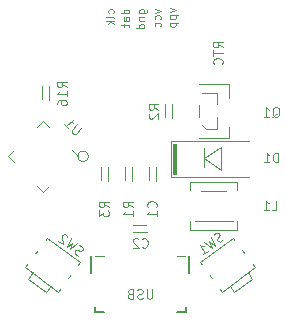
<source format=gbo>
G04 #@! TF.GenerationSoftware,KiCad,Pcbnew,(5.1.12)-1*
G04 #@! TF.CreationDate,2021-11-24T10:48:37+01:00*
G04 #@! TF.ProjectId,solo-nixie,736f6c6f-2d6e-4697-9869-652e6b696361,rev?*
G04 #@! TF.SameCoordinates,Original*
G04 #@! TF.FileFunction,Legend,Bot*
G04 #@! TF.FilePolarity,Positive*
%FSLAX46Y46*%
G04 Gerber Fmt 4.6, Leading zero omitted, Abs format (unit mm)*
G04 Created by KiCad (PCBNEW (5.1.12)-1) date 2021-11-24 10:48:37*
%MOMM*%
%LPD*%
G01*
G04 APERTURE LIST*
%ADD10C,0.120000*%
%ADD11C,0.150000*%
%ADD12C,0.100000*%
%ADD13O,1.000102X1.000102*%
%ADD14C,1.000102*%
%ADD15C,1.600102*%
%ADD16C,1.250102*%
G04 APERTURE END LIST*
D10*
X194723000Y-104426000D02*
X198723000Y-104426000D01*
X194723000Y-108426000D02*
X198723000Y-108426000D01*
X195123000Y-105126000D02*
X198323000Y-105126000D01*
X198323000Y-107726000D02*
X195123000Y-107726000D01*
X194723000Y-108426000D02*
X194723000Y-107726000D01*
X198723000Y-108426000D02*
X198723000Y-107726000D01*
X198723000Y-104426000D02*
X198723000Y-105126000D01*
X194723000Y-104426000D02*
X194723000Y-105126000D01*
X196975000Y-96845000D02*
X195515000Y-96845000D01*
X197993000Y-100711000D02*
X195452000Y-100711000D01*
X197993000Y-100711000D02*
X197993000Y-99781000D01*
X196975000Y-96845000D02*
X196975000Y-97775000D01*
X195707000Y-99568000D02*
X196088000Y-99949000D01*
X196088000Y-99949000D02*
X196977000Y-99949000D01*
X196977000Y-99949000D02*
X196977000Y-98933000D01*
X195453000Y-98933000D02*
X195453000Y-97917000D01*
X197993000Y-97282000D02*
X197993000Y-96139000D01*
X197993000Y-96139000D02*
X195453000Y-96139000D01*
X181408483Y-112066161D02*
X181017303Y-112585274D01*
X181017303Y-112585274D02*
X182534711Y-113728722D01*
X182534711Y-113728722D02*
X182925890Y-113209609D01*
X185430425Y-111215291D02*
X182635201Y-109108939D01*
X180769575Y-111584709D02*
X183564799Y-113691061D01*
X180769575Y-111584709D02*
X182635201Y-109108939D01*
X185430425Y-111215291D02*
X183564799Y-113691061D01*
X198074110Y-113209609D02*
X198465289Y-113728722D01*
X198465289Y-113728722D02*
X199982697Y-112585274D01*
X199982697Y-112585274D02*
X199591517Y-112066161D01*
X198364799Y-109108939D02*
X195569575Y-111215291D01*
X197435201Y-113691061D02*
X200230425Y-111584709D01*
X197435201Y-113691061D02*
X195569575Y-111215291D01*
X198364799Y-109108939D02*
X200230425Y-111584709D01*
D11*
X186650000Y-115450000D02*
X187400000Y-115450000D01*
X194350000Y-115450000D02*
X193600000Y-115450000D01*
X194650000Y-110700000D02*
X194650000Y-112100000D01*
X194350000Y-114950000D02*
X194350000Y-115450000D01*
X186650000Y-115450000D02*
X186650000Y-114950000D01*
X186350000Y-112100000D02*
X186350000Y-110700000D01*
D10*
X194300000Y-110650000D02*
X193600000Y-110650000D01*
X186700000Y-110650000D02*
X187400000Y-110650000D01*
D11*
X193323000Y-103762000D02*
X193323000Y-101162000D01*
X193523000Y-103762000D02*
X193523000Y-101162000D01*
D10*
X193123000Y-100962000D02*
X193123000Y-103962000D01*
X193123000Y-100962000D02*
X199723000Y-100962000D01*
X193123000Y-103962000D02*
X199723000Y-103962000D01*
X195923000Y-102362000D02*
X197323000Y-103362000D01*
X197323000Y-103362000D02*
X197323000Y-101462000D01*
X197323000Y-101462000D02*
X195923000Y-102362000D01*
X195923000Y-102362000D02*
X195923000Y-103162000D01*
X195923000Y-103162000D02*
X195923000Y-102362000D01*
X195923000Y-102362000D02*
X195923000Y-101562000D01*
X182757652Y-99763662D02*
X182245000Y-99251009D01*
X182245000Y-99251009D02*
X181732348Y-99763662D01*
X181732348Y-104706338D02*
X182245000Y-105218991D01*
X182245000Y-105218991D02*
X182757652Y-104706338D01*
X179773662Y-102747652D02*
X179261009Y-102235000D01*
X179261009Y-102235000D02*
X179773662Y-101722348D01*
X184716338Y-101722348D02*
X185228991Y-102235000D01*
X186115402Y-102235000D02*
G75*
G03*
X186115402Y-102235000I-457905J0D01*
G01*
X182199000Y-96301000D02*
X182199000Y-97501000D01*
X182799000Y-97501000D02*
X182799000Y-96301000D01*
X187152000Y-103159000D02*
X187152000Y-104359000D01*
X187752000Y-104359000D02*
X187752000Y-103159000D01*
X192613000Y-97825000D02*
X192613000Y-99025000D01*
X193213000Y-99025000D02*
X193213000Y-97825000D01*
X189784000Y-104359000D02*
X189784000Y-103159000D01*
X189184000Y-103159000D02*
X189184000Y-104359000D01*
X189900000Y-108631000D02*
X191100000Y-108631000D01*
X191100000Y-108031000D02*
X189900000Y-108031000D01*
X191816000Y-104359000D02*
X191816000Y-103159000D01*
X191216000Y-103159000D02*
X191216000Y-104359000D01*
D12*
X201633333Y-106787904D02*
X202014285Y-106787904D01*
X202014285Y-105987904D01*
X200947619Y-106787904D02*
X201404761Y-106787904D01*
X201176190Y-106787904D02*
X201176190Y-105987904D01*
X201252380Y-106102190D01*
X201328571Y-106178380D01*
X201404761Y-106216476D01*
X188223333Y-90100000D02*
X188256666Y-90033333D01*
X188256666Y-89900000D01*
X188223333Y-89833333D01*
X188190000Y-89800000D01*
X188123333Y-89766666D01*
X187923333Y-89766666D01*
X187856666Y-89800000D01*
X187823333Y-89833333D01*
X187790000Y-89900000D01*
X187790000Y-90033333D01*
X187823333Y-90100000D01*
X188256666Y-90500000D02*
X188223333Y-90433333D01*
X188156666Y-90400000D01*
X187556666Y-90400000D01*
X188256666Y-90766666D02*
X187556666Y-90766666D01*
X187990000Y-90833333D02*
X188256666Y-91033333D01*
X187790000Y-91033333D02*
X188056666Y-90766666D01*
X189556666Y-90133333D02*
X188856666Y-90133333D01*
X189523333Y-90133333D02*
X189556666Y-90066666D01*
X189556666Y-89933333D01*
X189523333Y-89866666D01*
X189490000Y-89833333D01*
X189423333Y-89800000D01*
X189223333Y-89800000D01*
X189156666Y-89833333D01*
X189123333Y-89866666D01*
X189090000Y-89933333D01*
X189090000Y-90066666D01*
X189123333Y-90133333D01*
X189556666Y-90766666D02*
X189190000Y-90766666D01*
X189123333Y-90733333D01*
X189090000Y-90666666D01*
X189090000Y-90533333D01*
X189123333Y-90466666D01*
X189523333Y-90766666D02*
X189556666Y-90700000D01*
X189556666Y-90533333D01*
X189523333Y-90466666D01*
X189456666Y-90433333D01*
X189390000Y-90433333D01*
X189323333Y-90466666D01*
X189290000Y-90533333D01*
X189290000Y-90700000D01*
X189256666Y-90766666D01*
X189090000Y-91000000D02*
X189090000Y-91266666D01*
X188856666Y-91100000D02*
X189456666Y-91100000D01*
X189523333Y-91133333D01*
X189556666Y-91200000D01*
X189556666Y-91266666D01*
X190390000Y-90116666D02*
X190956666Y-90116666D01*
X191023333Y-90083333D01*
X191056666Y-90050000D01*
X191090000Y-89983333D01*
X191090000Y-89883333D01*
X191056666Y-89816666D01*
X190823333Y-90116666D02*
X190856666Y-90050000D01*
X190856666Y-89916666D01*
X190823333Y-89850000D01*
X190790000Y-89816666D01*
X190723333Y-89783333D01*
X190523333Y-89783333D01*
X190456666Y-89816666D01*
X190423333Y-89850000D01*
X190390000Y-89916666D01*
X190390000Y-90050000D01*
X190423333Y-90116666D01*
X190390000Y-90450000D02*
X190856666Y-90450000D01*
X190456666Y-90450000D02*
X190423333Y-90483333D01*
X190390000Y-90550000D01*
X190390000Y-90650000D01*
X190423333Y-90716666D01*
X190490000Y-90750000D01*
X190856666Y-90750000D01*
X190856666Y-91383333D02*
X190156666Y-91383333D01*
X190823333Y-91383333D02*
X190856666Y-91316666D01*
X190856666Y-91183333D01*
X190823333Y-91116666D01*
X190790000Y-91083333D01*
X190723333Y-91050000D01*
X190523333Y-91050000D01*
X190456666Y-91083333D01*
X190423333Y-91116666D01*
X190390000Y-91183333D01*
X190390000Y-91316666D01*
X190423333Y-91383333D01*
X191747000Y-89733333D02*
X192213666Y-89900000D01*
X191747000Y-90066666D01*
X192180333Y-90633333D02*
X192213666Y-90566666D01*
X192213666Y-90433333D01*
X192180333Y-90366666D01*
X192147000Y-90333333D01*
X192080333Y-90300000D01*
X191880333Y-90300000D01*
X191813666Y-90333333D01*
X191780333Y-90366666D01*
X191747000Y-90433333D01*
X191747000Y-90566666D01*
X191780333Y-90633333D01*
X192180333Y-91233333D02*
X192213666Y-91166666D01*
X192213666Y-91033333D01*
X192180333Y-90966666D01*
X192147000Y-90933333D01*
X192080333Y-90900000D01*
X191880333Y-90900000D01*
X191813666Y-90933333D01*
X191780333Y-90966666D01*
X191747000Y-91033333D01*
X191747000Y-91166666D01*
X191780333Y-91233333D01*
X193017000Y-89700000D02*
X193483666Y-89866666D01*
X193017000Y-90033333D01*
X193017000Y-90300000D02*
X193717000Y-90300000D01*
X193050333Y-90300000D02*
X193017000Y-90366666D01*
X193017000Y-90500000D01*
X193050333Y-90566666D01*
X193083666Y-90600000D01*
X193150333Y-90633333D01*
X193350333Y-90633333D01*
X193417000Y-90600000D01*
X193450333Y-90566666D01*
X193483666Y-90500000D01*
X193483666Y-90366666D01*
X193450333Y-90300000D01*
X193017000Y-90933333D02*
X193717000Y-90933333D01*
X193050333Y-90933333D02*
X193017000Y-91000000D01*
X193017000Y-91133333D01*
X193050333Y-91200000D01*
X193083666Y-91233333D01*
X193150333Y-91266666D01*
X193350333Y-91266666D01*
X193417000Y-91233333D01*
X193450333Y-91200000D01*
X193483666Y-91133333D01*
X193483666Y-91000000D01*
X193450333Y-90933333D01*
X201676190Y-98938095D02*
X201752380Y-98900000D01*
X201828571Y-98823809D01*
X201942857Y-98709523D01*
X202019047Y-98671428D01*
X202095238Y-98671428D01*
X202057142Y-98861904D02*
X202133333Y-98823809D01*
X202209523Y-98747619D01*
X202247619Y-98595238D01*
X202247619Y-98328571D01*
X202209523Y-98176190D01*
X202133333Y-98100000D01*
X202057142Y-98061904D01*
X201904761Y-98061904D01*
X201828571Y-98100000D01*
X201752380Y-98176190D01*
X201714285Y-98328571D01*
X201714285Y-98595238D01*
X201752380Y-98747619D01*
X201828571Y-98823809D01*
X201904761Y-98861904D01*
X202057142Y-98861904D01*
X200952380Y-98861904D02*
X201409523Y-98861904D01*
X201180952Y-98861904D02*
X201180952Y-98061904D01*
X201257142Y-98176190D01*
X201333333Y-98252380D01*
X201409523Y-98290476D01*
X197465904Y-93014857D02*
X197084952Y-92748190D01*
X197465904Y-92557714D02*
X196665904Y-92557714D01*
X196665904Y-92862476D01*
X196704000Y-92938666D01*
X196742095Y-92976761D01*
X196818285Y-93014857D01*
X196932571Y-93014857D01*
X197008761Y-92976761D01*
X197046857Y-92938666D01*
X197084952Y-92862476D01*
X197084952Y-92557714D01*
X196665904Y-93243428D02*
X196665904Y-93700571D01*
X197465904Y-93472000D02*
X196665904Y-93472000D01*
X197389714Y-94424380D02*
X197427809Y-94386285D01*
X197465904Y-94272000D01*
X197465904Y-94195809D01*
X197427809Y-94081523D01*
X197351619Y-94005333D01*
X197275428Y-93967238D01*
X197123047Y-93929142D01*
X197008761Y-93929142D01*
X196856380Y-93967238D01*
X196780190Y-94005333D01*
X196704000Y-94081523D01*
X196665904Y-94195809D01*
X196665904Y-94272000D01*
X196704000Y-94386285D01*
X196742095Y-94424380D01*
X185261542Y-110628541D02*
X185147343Y-110590187D01*
X184995222Y-110475555D01*
X184957300Y-110399278D01*
X184949802Y-110345928D01*
X184965230Y-110262153D01*
X185011083Y-110201305D01*
X185087360Y-110163383D01*
X185140710Y-110155885D01*
X185224485Y-110171313D01*
X185369108Y-110232594D01*
X185452883Y-110248022D01*
X185506233Y-110240525D01*
X185582510Y-110202602D01*
X185628363Y-110141754D01*
X185643791Y-110057979D01*
X185636293Y-110004629D01*
X185598371Y-109928352D01*
X185446250Y-109813721D01*
X185332051Y-109775366D01*
X185142008Y-109584458D02*
X184508435Y-110108735D01*
X184730632Y-109560666D01*
X184265041Y-109925324D01*
X184594372Y-109171785D01*
X184335550Y-109072149D02*
X184328052Y-109018798D01*
X184290130Y-108942522D01*
X184138009Y-108827890D01*
X184054234Y-108812462D01*
X184000884Y-108819960D01*
X183924607Y-108857882D01*
X183878754Y-108918730D01*
X183840400Y-109032929D01*
X183930375Y-109673135D01*
X183534860Y-109375093D01*
X197515751Y-109217669D02*
X197447404Y-109316872D01*
X197295283Y-109431504D01*
X197211509Y-109446932D01*
X197158158Y-109439434D01*
X197081881Y-109401512D01*
X197036029Y-109340664D01*
X197020600Y-109256889D01*
X197028098Y-109203538D01*
X197066021Y-109127262D01*
X197164791Y-109005132D01*
X197202713Y-108928856D01*
X197210211Y-108875505D01*
X197194783Y-108791730D01*
X197148930Y-108730882D01*
X197072653Y-108692960D01*
X197019303Y-108685462D01*
X196935528Y-108700890D01*
X196783407Y-108815522D01*
X196715061Y-108914725D01*
X196479165Y-109044785D02*
X196808496Y-109798324D01*
X196342905Y-109433666D01*
X196565102Y-109981735D01*
X195931529Y-109457458D01*
X195834921Y-110531966D02*
X196200012Y-110256850D01*
X196017467Y-110394408D02*
X195536015Y-109755499D01*
X195665642Y-109800919D01*
X195772343Y-109815915D01*
X195856118Y-109800487D01*
X191509523Y-113480904D02*
X191509523Y-114128523D01*
X191471428Y-114204714D01*
X191433333Y-114242809D01*
X191357142Y-114280904D01*
X191204761Y-114280904D01*
X191128571Y-114242809D01*
X191090476Y-114204714D01*
X191052380Y-114128523D01*
X191052380Y-113480904D01*
X190709523Y-114242809D02*
X190595238Y-114280904D01*
X190404761Y-114280904D01*
X190328571Y-114242809D01*
X190290476Y-114204714D01*
X190252380Y-114128523D01*
X190252380Y-114052333D01*
X190290476Y-113976142D01*
X190328571Y-113938047D01*
X190404761Y-113899952D01*
X190557142Y-113861857D01*
X190633333Y-113823761D01*
X190671428Y-113785666D01*
X190709523Y-113709476D01*
X190709523Y-113633285D01*
X190671428Y-113557095D01*
X190633333Y-113519000D01*
X190557142Y-113480904D01*
X190366666Y-113480904D01*
X190252380Y-113519000D01*
X189642857Y-113861857D02*
X189528571Y-113899952D01*
X189490476Y-113938047D01*
X189452380Y-114014238D01*
X189452380Y-114128523D01*
X189490476Y-114204714D01*
X189528571Y-114242809D01*
X189604761Y-114280904D01*
X189909523Y-114280904D01*
X189909523Y-113480904D01*
X189642857Y-113480904D01*
X189566666Y-113519000D01*
X189528571Y-113557095D01*
X189490476Y-113633285D01*
X189490476Y-113709476D01*
X189528571Y-113785666D01*
X189566666Y-113823761D01*
X189642857Y-113861857D01*
X189909523Y-113861857D01*
X202190476Y-102723904D02*
X202190476Y-101923904D01*
X202000000Y-101923904D01*
X201885714Y-101962000D01*
X201809523Y-102038190D01*
X201771428Y-102114380D01*
X201733333Y-102266761D01*
X201733333Y-102381047D01*
X201771428Y-102533428D01*
X201809523Y-102609619D01*
X201885714Y-102685809D01*
X202000000Y-102723904D01*
X202190476Y-102723904D01*
X200971428Y-102723904D02*
X201428571Y-102723904D01*
X201200000Y-102723904D02*
X201200000Y-101923904D01*
X201276190Y-102038190D01*
X201352380Y-102114380D01*
X201428571Y-102152476D01*
X185500250Y-99841746D02*
X185042314Y-100299682D01*
X184961502Y-100326619D01*
X184907627Y-100326619D01*
X184826815Y-100299682D01*
X184719065Y-100191932D01*
X184692128Y-100111120D01*
X184692128Y-100057245D01*
X184719065Y-99976433D01*
X185177001Y-99518497D01*
X184045630Y-99518497D02*
X184368879Y-99841746D01*
X184207255Y-99680121D02*
X184772940Y-99114436D01*
X184746003Y-99249123D01*
X184746003Y-99356873D01*
X184772940Y-99437685D01*
X184257904Y-96386714D02*
X183876952Y-96120047D01*
X184257904Y-95929571D02*
X183457904Y-95929571D01*
X183457904Y-96234333D01*
X183496000Y-96310523D01*
X183534095Y-96348619D01*
X183610285Y-96386714D01*
X183724571Y-96386714D01*
X183800761Y-96348619D01*
X183838857Y-96310523D01*
X183876952Y-96234333D01*
X183876952Y-95929571D01*
X184257904Y-97148619D02*
X184257904Y-96691476D01*
X184257904Y-96920047D02*
X183457904Y-96920047D01*
X183572190Y-96843857D01*
X183648380Y-96767666D01*
X183686476Y-96691476D01*
X183457904Y-97834333D02*
X183457904Y-97681952D01*
X183496000Y-97605761D01*
X183534095Y-97567666D01*
X183648380Y-97491476D01*
X183800761Y-97453380D01*
X184105523Y-97453380D01*
X184181714Y-97491476D01*
X184219809Y-97529571D01*
X184257904Y-97605761D01*
X184257904Y-97758142D01*
X184219809Y-97834333D01*
X184181714Y-97872428D01*
X184105523Y-97910523D01*
X183915047Y-97910523D01*
X183838857Y-97872428D01*
X183800761Y-97834333D01*
X183762666Y-97758142D01*
X183762666Y-97605761D01*
X183800761Y-97529571D01*
X183838857Y-97491476D01*
X183915047Y-97453380D01*
X187813904Y-106546666D02*
X187432952Y-106280000D01*
X187813904Y-106089523D02*
X187013904Y-106089523D01*
X187013904Y-106394285D01*
X187052000Y-106470476D01*
X187090095Y-106508571D01*
X187166285Y-106546666D01*
X187280571Y-106546666D01*
X187356761Y-106508571D01*
X187394857Y-106470476D01*
X187432952Y-106394285D01*
X187432952Y-106089523D01*
X187013904Y-106813333D02*
X187013904Y-107308571D01*
X187318666Y-107041904D01*
X187318666Y-107156190D01*
X187356761Y-107232380D01*
X187394857Y-107270476D01*
X187471047Y-107308571D01*
X187661523Y-107308571D01*
X187737714Y-107270476D01*
X187775809Y-107232380D01*
X187813904Y-107156190D01*
X187813904Y-106927619D01*
X187775809Y-106851428D01*
X187737714Y-106813333D01*
X192004904Y-98291666D02*
X191623952Y-98025000D01*
X192004904Y-97834523D02*
X191204904Y-97834523D01*
X191204904Y-98139285D01*
X191243000Y-98215476D01*
X191281095Y-98253571D01*
X191357285Y-98291666D01*
X191471571Y-98291666D01*
X191547761Y-98253571D01*
X191585857Y-98215476D01*
X191623952Y-98139285D01*
X191623952Y-97834523D01*
X191281095Y-98596428D02*
X191243000Y-98634523D01*
X191204904Y-98710714D01*
X191204904Y-98901190D01*
X191243000Y-98977380D01*
X191281095Y-99015476D01*
X191357285Y-99053571D01*
X191433476Y-99053571D01*
X191547761Y-99015476D01*
X192004904Y-98558333D01*
X192004904Y-99053571D01*
X189845904Y-106546666D02*
X189464952Y-106280000D01*
X189845904Y-106089523D02*
X189045904Y-106089523D01*
X189045904Y-106394285D01*
X189084000Y-106470476D01*
X189122095Y-106508571D01*
X189198285Y-106546666D01*
X189312571Y-106546666D01*
X189388761Y-106508571D01*
X189426857Y-106470476D01*
X189464952Y-106394285D01*
X189464952Y-106089523D01*
X189845904Y-107308571D02*
X189845904Y-106851428D01*
X189845904Y-107080000D02*
X189045904Y-107080000D01*
X189160190Y-107003809D01*
X189236380Y-106927619D01*
X189274476Y-106851428D01*
X190633333Y-109886714D02*
X190671428Y-109924809D01*
X190785714Y-109962904D01*
X190861904Y-109962904D01*
X190976190Y-109924809D01*
X191052380Y-109848619D01*
X191090476Y-109772428D01*
X191128571Y-109620047D01*
X191128571Y-109505761D01*
X191090476Y-109353380D01*
X191052380Y-109277190D01*
X190976190Y-109201000D01*
X190861904Y-109162904D01*
X190785714Y-109162904D01*
X190671428Y-109201000D01*
X190633333Y-109239095D01*
X190328571Y-109239095D02*
X190290476Y-109201000D01*
X190214285Y-109162904D01*
X190023809Y-109162904D01*
X189947619Y-109201000D01*
X189909523Y-109239095D01*
X189871428Y-109315285D01*
X189871428Y-109391476D01*
X189909523Y-109505761D01*
X190366666Y-109962904D01*
X189871428Y-109962904D01*
X191801714Y-106546666D02*
X191839809Y-106508571D01*
X191877904Y-106394285D01*
X191877904Y-106318095D01*
X191839809Y-106203809D01*
X191763619Y-106127619D01*
X191687428Y-106089523D01*
X191535047Y-106051428D01*
X191420761Y-106051428D01*
X191268380Y-106089523D01*
X191192190Y-106127619D01*
X191116000Y-106203809D01*
X191077904Y-106318095D01*
X191077904Y-106394285D01*
X191116000Y-106508571D01*
X191154095Y-106546666D01*
X191877904Y-107308571D02*
X191877904Y-106851428D01*
X191877904Y-107080000D02*
X191077904Y-107080000D01*
X191192190Y-107003809D01*
X191268380Y-106927619D01*
X191306476Y-106851428D01*
%LPC*%
D10*
X195867093Y-89344838D02*
X195973541Y-89342268D01*
X195689880Y-89945576D02*
X195623956Y-89861960D01*
X195192219Y-89733732D02*
X195447928Y-89118055D01*
X195925609Y-90003790D02*
X195819160Y-90006360D01*
X195100897Y-89953616D02*
X195126608Y-90015858D01*
X196113104Y-89828845D02*
X196072581Y-89915033D01*
X197552426Y-90983620D02*
X197434097Y-90903581D01*
X196849052Y-90376080D02*
X196881770Y-90506734D01*
X195988964Y-89980959D02*
X195925609Y-90003790D01*
X197077534Y-89902328D02*
X196734757Y-90474124D01*
X197434097Y-90903581D02*
X197381888Y-90810780D01*
X196532457Y-89608656D02*
X196216250Y-90195561D01*
X195623956Y-89861960D02*
X195578290Y-89735249D01*
X194868534Y-88900123D02*
X194734144Y-88851670D01*
X195595981Y-89585707D02*
X196113104Y-89828845D01*
X194963310Y-89339248D02*
X194995611Y-89249655D01*
X197450314Y-90454637D02*
X197569795Y-90362986D01*
X197396955Y-90533522D02*
X197450314Y-90454637D01*
X195126608Y-90015858D02*
X195064366Y-90041570D01*
X195038654Y-89979328D02*
X195100897Y-89953616D01*
X194999267Y-89099115D02*
X194941975Y-88977221D01*
X194995611Y-89249655D02*
X194999267Y-89099115D01*
X197724115Y-90984771D02*
X197657992Y-90997535D01*
X194941975Y-88977221D02*
X194868534Y-88900123D01*
X196425859Y-90308491D02*
X196551625Y-90376250D01*
X196102821Y-89403052D02*
X196168748Y-89486669D01*
X196351766Y-89944029D02*
X196325930Y-90092382D01*
X194734144Y-88851670D02*
X194628401Y-88864165D01*
X195740383Y-89390503D02*
X195867093Y-89344838D01*
X194748167Y-89514777D02*
X194870060Y-89457486D01*
X197356361Y-90678534D02*
X197396955Y-90533522D01*
X197870276Y-90853676D02*
X197816917Y-90932563D01*
X196938971Y-90596543D02*
X197061497Y-90669995D01*
X196364601Y-90221398D02*
X196425859Y-90308491D01*
X195819160Y-90006360D02*
X195689880Y-89945576D01*
X194628401Y-88864165D02*
X194506505Y-88921456D01*
X196168748Y-89486669D02*
X196214411Y-89613378D01*
X195595981Y-89585707D02*
X195636506Y-89499520D01*
X196072581Y-89915033D02*
X195988964Y-89980959D01*
X197381888Y-90810780D02*
X197356361Y-90678534D01*
X196881770Y-90506734D02*
X196938971Y-90596543D01*
X195064366Y-90041570D02*
X195038654Y-89979328D01*
X197657992Y-90997535D02*
X197552426Y-90983620D01*
X197816917Y-90932563D02*
X197724115Y-90984771D01*
X195636506Y-89499520D02*
X195740383Y-89390503D01*
X196881661Y-90229069D02*
X196849052Y-90376080D01*
X197396955Y-90533522D02*
X197870276Y-90853676D01*
X194870060Y-89457486D02*
X194963310Y-89339248D01*
X196325930Y-90092382D02*
X196364601Y-90221398D01*
X195973541Y-89342268D02*
X196102821Y-89403052D01*
X195578290Y-89735249D02*
X195595981Y-89585707D01*
X181467154Y-92229245D02*
X181464892Y-92363911D01*
X181067670Y-91953123D02*
X181202339Y-91955385D01*
X181815345Y-91220660D02*
X181927020Y-91131571D01*
X185808426Y-89242642D02*
X185808328Y-89092058D01*
X182402581Y-91422260D02*
X182387523Y-91556102D01*
X182165009Y-91124461D02*
X182291323Y-91206438D01*
X182126948Y-91763979D02*
X181993106Y-91748920D01*
X181346977Y-91625478D02*
X182007104Y-92376631D01*
X184764119Y-90482924D02*
X184700387Y-90461170D01*
X183943783Y-89784309D02*
X184431392Y-90657372D01*
X182572898Y-91154410D02*
X183283218Y-90674681D01*
X185100579Y-89224130D02*
X184887849Y-90044841D01*
X194642423Y-89527275D02*
X194748167Y-89514777D01*
X194508034Y-89478820D02*
X194642423Y-89527275D01*
X194434591Y-89401723D02*
X194508034Y-89478820D01*
X194377299Y-89279829D02*
X194434591Y-89401723D01*
X194328847Y-89414218D02*
X194668012Y-88473492D01*
X186184643Y-88865935D02*
X186305149Y-88926091D01*
X185943727Y-88896209D02*
X186079224Y-88850945D01*
X185838602Y-89332972D02*
X185808426Y-89242642D01*
X182231095Y-91741810D02*
X182126948Y-91763979D01*
X185734363Y-89940920D02*
X185795932Y-89968206D01*
X182031166Y-91109403D02*
X182165009Y-91124461D01*
X181202339Y-91955385D02*
X181335877Y-92024981D01*
X186410765Y-89242250D02*
X186395775Y-89347668D01*
X181993106Y-91748920D02*
X181866791Y-91666944D01*
X185868483Y-88971550D02*
X185943727Y-88896209D01*
X184785876Y-90419191D02*
X184764119Y-90482924D01*
X184620675Y-89434053D02*
X185367754Y-89834918D01*
X183361741Y-90109382D02*
X183849351Y-90982444D01*
X181464892Y-92363911D02*
X181429529Y-92464346D01*
X181335877Y-92024981D02*
X181402080Y-92093444D01*
X186079224Y-88850945D02*
X186184643Y-88865935D01*
X185808328Y-89092058D02*
X185868483Y-88971550D01*
X182291323Y-91206438D02*
X182350716Y-91280889D01*
X185929030Y-89453381D02*
X185838602Y-89332972D01*
X186049537Y-89513538D02*
X185929030Y-89453381D01*
X186154956Y-89528527D02*
X186049537Y-89513538D01*
X186290453Y-89483263D02*
X186154956Y-89528527D01*
X186380589Y-89151920D02*
X186410765Y-89242250D01*
X182342770Y-91652721D02*
X182231095Y-91741810D01*
X186365696Y-89407923D02*
X186290453Y-89483263D01*
X184617201Y-90183715D02*
X184323365Y-89585297D01*
X185838602Y-89332972D02*
X186380589Y-89151920D01*
X184722143Y-90397436D02*
X184785876Y-90419191D01*
X181807398Y-91592493D02*
X181755533Y-91451122D01*
X185648651Y-89718788D02*
X185408658Y-89096817D01*
X181770591Y-91317279D02*
X181815345Y-91220660D01*
X180966105Y-91985094D02*
X181067670Y-91953123D01*
X183849351Y-90982444D02*
X183943783Y-89784309D01*
X181866791Y-91666944D02*
X181807398Y-91592493D01*
X181755533Y-91451122D02*
X181770591Y-91317279D01*
X181402080Y-92093444D02*
X181467154Y-92229245D01*
X182387523Y-91556102D02*
X182342770Y-91652721D01*
X186395775Y-89347668D02*
X186365696Y-89407923D01*
X181927020Y-91131571D02*
X182031166Y-91109403D01*
X185768647Y-90029774D02*
X185707077Y-90002489D01*
X184700387Y-90461170D02*
X184722143Y-90397436D01*
X180863407Y-92084399D02*
X180966105Y-91985094D01*
X185795932Y-89968206D02*
X185768647Y-90029774D01*
X181429529Y-92464346D02*
X181326831Y-92563653D01*
X182350716Y-91280889D02*
X182402581Y-91422260D01*
X180828045Y-92184834D02*
X180863407Y-92084399D01*
X185707077Y-90002489D02*
X185734363Y-89940920D01*
X180605894Y-93198137D02*
X180726401Y-92922128D01*
X180581020Y-93368018D02*
X180577518Y-93300767D01*
X180690649Y-93530899D02*
X180619896Y-93467146D01*
X181143916Y-93170139D02*
X181083664Y-93308144D01*
X181136917Y-93035633D02*
X181143916Y-93170139D01*
X181326831Y-92563653D02*
X181225265Y-92595624D01*
X181083664Y-93308144D02*
X180956157Y-93449649D01*
X180825783Y-92319503D02*
X180828045Y-92184834D01*
X180890857Y-92455302D02*
X180825783Y-92319503D01*
X180751278Y-92752247D02*
X180712403Y-92653118D01*
X180957059Y-92523767D02*
X180890857Y-92455302D01*
X180213259Y-92780245D02*
X180153005Y-92918251D01*
X180340764Y-92638740D02*
X180213259Y-92780245D01*
X180577518Y-93300767D02*
X180605894Y-93198137D01*
X180956157Y-93449649D02*
X180825152Y-93523900D01*
X181090597Y-92593361D02*
X180957059Y-92523767D01*
X181225265Y-92595624D02*
X181090597Y-92593361D01*
X180153005Y-92918251D02*
X180160005Y-93052754D01*
X180712403Y-92653118D02*
X180606274Y-92557489D01*
X180754779Y-92819500D02*
X180751278Y-92752247D01*
X180471769Y-92564489D02*
X180340764Y-92638740D01*
X180726401Y-92922128D02*
X180754779Y-92819500D01*
X180619896Y-93467146D02*
X180581020Y-93368018D01*
X180825152Y-93523900D02*
X180690649Y-93530899D01*
X180606274Y-92557489D02*
X180471769Y-92564489D01*
X200150853Y-93215919D02*
X200174606Y-93319715D01*
X200170378Y-93014834D02*
X200150853Y-93215919D01*
X197925937Y-90431411D02*
X197978145Y-90524214D01*
X199300544Y-91732729D02*
X199433885Y-91662756D01*
X198457813Y-91589359D02*
X198501987Y-91686245D01*
X198843941Y-91717571D02*
X199143132Y-91347109D01*
X198717137Y-91798792D02*
X198843941Y-91717571D01*
X198094478Y-91357136D02*
X198205617Y-91446892D01*
X197978145Y-90524214D02*
X198003672Y-90656458D01*
X197702042Y-90337458D02*
X197807608Y-90351374D01*
X201070510Y-93442658D02*
X201137116Y-93452583D01*
X198050304Y-91260251D02*
X198094478Y-91357136D01*
X200174606Y-93319715D02*
X200265386Y-93430018D01*
X198205617Y-91446892D02*
X198309628Y-91469683D01*
X199674165Y-91893792D02*
X199678127Y-92095783D01*
X198970495Y-92075987D02*
X199300544Y-91732729D01*
X200503239Y-93419282D02*
X200870922Y-93116679D01*
X201663219Y-95387346D02*
X201575244Y-95327362D01*
X202087910Y-94877890D02*
X202157491Y-95002659D01*
X202023921Y-95349763D02*
X201940744Y-95396149D01*
X202162290Y-95109028D02*
X202125496Y-95238593D01*
X201999936Y-94817906D02*
X202087910Y-94877890D01*
X200538058Y-92712231D02*
X199765928Y-93347696D01*
X199638517Y-91793455D02*
X199674165Y-91893792D01*
X199593196Y-92677972D02*
X199819630Y-92922591D01*
X198501987Y-91686245D02*
X198613126Y-91776000D01*
X198028921Y-91059355D02*
X198050304Y-91260251D01*
X201537659Y-94966659D02*
X201639231Y-94855490D01*
X199445618Y-93009243D02*
X200039696Y-92459331D01*
X197807608Y-90351374D02*
X197925937Y-90431411D01*
X198309628Y-91469683D02*
X198436432Y-91388464D01*
X201050745Y-94476899D02*
X201712560Y-94270195D01*
X200841645Y-94158462D02*
X201503463Y-93951759D01*
X198436432Y-91388464D02*
X198457813Y-91589359D01*
X200176881Y-92397233D02*
X200276523Y-92434776D01*
X198328113Y-90688892D02*
X197909246Y-91207540D01*
X198613126Y-91776000D02*
X198717137Y-91798792D01*
X201914762Y-95861209D02*
X201913550Y-95967679D01*
X201958802Y-95733925D02*
X201914762Y-95861209D01*
X199433885Y-91662756D02*
X199535540Y-91694442D01*
X202066486Y-95628663D02*
X201958802Y-95733925D01*
X198436432Y-91388464D02*
X198735621Y-91018002D01*
X202409136Y-95462180D02*
X201809500Y-95753525D01*
X201505664Y-95202595D02*
X201500867Y-95096224D01*
X201060584Y-93509264D02*
X201070510Y-93442658D01*
X199535540Y-91694442D02*
X199638517Y-91793455D01*
X201575244Y-95327362D02*
X201505664Y-95202595D01*
X201792783Y-95424139D02*
X201663219Y-95387346D01*
X200362675Y-93473294D02*
X200503239Y-93419282D01*
X197569795Y-90362986D02*
X197702042Y-90337458D01*
X201940744Y-95396149D02*
X201792783Y-95424139D01*
X202125496Y-95238593D02*
X202023921Y-95349763D01*
X202157491Y-95002659D02*
X202162290Y-95109028D01*
X199348078Y-92439040D02*
X199810147Y-91958481D01*
X201870371Y-94781114D02*
X201999936Y-94817906D01*
X201722411Y-94809103D02*
X201870371Y-94781114D01*
X200039696Y-92459331D02*
X200176881Y-92397233D01*
X201639231Y-94855490D02*
X201722411Y-94809103D01*
X201500867Y-95096224D02*
X201537659Y-94966659D01*
X201712560Y-94270195D02*
X201259842Y-94795338D01*
X201503463Y-93951759D02*
X201050745Y-94476899D01*
X201137116Y-93452583D02*
X201127192Y-93519191D01*
X200265386Y-93430018D02*
X200362675Y-93473294D01*
X200276523Y-92434776D02*
X200341217Y-92504669D01*
X203901820Y-101605967D02*
X203854108Y-101701160D01*
X203279394Y-99993373D02*
X203378759Y-100031645D01*
X203252907Y-102516668D02*
X203211698Y-102418487D01*
X203757958Y-99995122D02*
X203658593Y-99956852D01*
X203576055Y-102681276D02*
X203481025Y-102674971D01*
X203235294Y-101462454D02*
X203283007Y-101367264D01*
X203853397Y-102987231D02*
X203194484Y-102885855D01*
X203303090Y-103432538D02*
X203773743Y-103504951D01*
X203219825Y-103034292D02*
X203158277Y-103121181D01*
X203211698Y-102418487D02*
X203221155Y-102275943D01*
X203481025Y-102674971D02*
X203341633Y-102618000D01*
X203832748Y-100274954D02*
X203819054Y-100132756D01*
X203661412Y-100482816D02*
X203708810Y-100478248D01*
X203886358Y-102320070D02*
X203876903Y-102462613D01*
X203522000Y-102057281D02*
X203617031Y-102063584D01*
X203505516Y-100354311D02*
X203562047Y-100444545D01*
X203901961Y-101463111D02*
X203901820Y-101605967D01*
X203435289Y-100121877D02*
X203505516Y-100354311D01*
X203708810Y-100478248D02*
X203799045Y-100421719D01*
X203521244Y-101224642D02*
X203616482Y-101224734D01*
X203819054Y-100132756D02*
X203757958Y-99995122D01*
X203721751Y-102643218D02*
X203576055Y-102681276D01*
X203235155Y-101605312D02*
X203235294Y-101462454D01*
X203845147Y-102221889D02*
X203886358Y-102320070D01*
X203756421Y-102120557D02*
X203845147Y-102221889D01*
X203617031Y-102063584D02*
X203756421Y-102120557D01*
X203759290Y-101272495D02*
X203854435Y-101367826D01*
X203378339Y-101272121D02*
X203521244Y-101224642D01*
X203378759Y-100031645D02*
X203435289Y-100121877D01*
X203562047Y-100444545D02*
X203661412Y-100482816D01*
X203089482Y-103881467D02*
X203223436Y-103950254D01*
X203854435Y-101367826D02*
X203901961Y-101463111D01*
X203876903Y-102462613D02*
X203823084Y-102554492D01*
X203056899Y-103780094D02*
X203089482Y-103881467D01*
X203274972Y-102184066D02*
X203376304Y-102095339D01*
X203616482Y-101224734D02*
X203759290Y-101272495D01*
X203136554Y-103262377D02*
X203169135Y-103363747D01*
X203823084Y-102554492D02*
X203721751Y-102643218D01*
X203283007Y-101367264D02*
X203378339Y-101272121D01*
X203876755Y-100796921D02*
X203831498Y-100846791D01*
X203223436Y-103950254D02*
X203694089Y-104022667D01*
X203140171Y-103552009D02*
X203078623Y-103638898D01*
X203382745Y-102914819D02*
X203219825Y-103034292D01*
X203854108Y-101701160D02*
X203758775Y-101796304D01*
X203341633Y-102618000D02*
X203252907Y-102516668D01*
X203377824Y-101795929D02*
X203282679Y-101700597D01*
X203078623Y-103638898D02*
X203056899Y-103780094D01*
X203282679Y-101700597D02*
X203235155Y-101605312D01*
X203826890Y-100751663D02*
X203876755Y-100796921D01*
X203781631Y-100801530D02*
X203826890Y-100751663D01*
X203376304Y-102095339D02*
X203522000Y-102057281D01*
X203799045Y-100421719D02*
X203832748Y-100274954D01*
X203303090Y-103432538D02*
X203140171Y-103552009D01*
X203169135Y-103363747D02*
X203303090Y-103432538D01*
X203221155Y-102275943D02*
X203274972Y-102184066D01*
X203158277Y-103121181D02*
X203136554Y-103262377D01*
X202916956Y-98579109D02*
X202989376Y-98465550D01*
X202921889Y-98821871D02*
X202891034Y-98682386D01*
X203125739Y-97273614D02*
X203140053Y-97168100D01*
X202988955Y-98904575D02*
X202921889Y-98821871D01*
X203242001Y-98946138D02*
X203149012Y-98966709D01*
X202694572Y-96167683D02*
X202775233Y-96237195D01*
X202401459Y-97067911D02*
X203347883Y-96744983D01*
X202953885Y-97812787D02*
X202829104Y-97897084D01*
X203140053Y-97168100D02*
X203093918Y-97032897D01*
X202946533Y-97485706D02*
X203066358Y-97394505D01*
X203320792Y-97710302D02*
X202678704Y-97889653D01*
X202705815Y-97517525D02*
X202856396Y-97516460D01*
X203361337Y-98383266D02*
X203474896Y-98455685D01*
X202829104Y-97897084D02*
X202763001Y-98014432D01*
X202830315Y-96369005D02*
X202823101Y-96475240D01*
X202891034Y-98682386D02*
X202916956Y-98579109D01*
X203404896Y-99571331D02*
X203466732Y-99658015D01*
X203169152Y-100338868D02*
X203155458Y-100196668D01*
X202218483Y-96263420D02*
X202331931Y-96164400D01*
X202462969Y-97248183D02*
X202509102Y-97383387D01*
X203068212Y-99576075D02*
X203046019Y-99434951D01*
X203137445Y-99709798D02*
X203068212Y-99576075D01*
X203211566Y-98367626D02*
X203361337Y-98383266D01*
X203149012Y-98966709D02*
X203045735Y-98940784D01*
X202536663Y-97021779D02*
X202477283Y-97142670D01*
X202509102Y-97383387D02*
X202584925Y-97458144D01*
X203018096Y-96958139D02*
X202897204Y-96898759D01*
X203541961Y-98538388D02*
X203572821Y-98677874D01*
X202763001Y-98014432D02*
X202742758Y-98118970D01*
X203066358Y-97394505D02*
X203125739Y-97273614D01*
X202477283Y-97142670D02*
X202462969Y-97248183D01*
X203704592Y-99331384D02*
X203635358Y-99197659D01*
X203701937Y-99621027D02*
X203726785Y-99472506D01*
X203118575Y-98388199D02*
X203242001Y-98946138D01*
X203546897Y-98781148D02*
X203474476Y-98894711D01*
X203093918Y-97032897D02*
X203018096Y-96958139D01*
X203045735Y-98940784D02*
X202988955Y-98904575D01*
X202823101Y-96475240D02*
X202771949Y-96599836D01*
X202989376Y-98465550D02*
X203118575Y-98388199D01*
X202331931Y-96164400D02*
X202419804Y-96127678D01*
X203189161Y-100049904D02*
X203279394Y-99993373D01*
X202742758Y-98118970D02*
X202781191Y-98256560D01*
X203155458Y-100196668D02*
X203189161Y-100049904D01*
X203329614Y-100514771D02*
X203230249Y-100476502D01*
X203466732Y-99658015D02*
X203568212Y-99690262D01*
X203118575Y-98388199D02*
X203211566Y-98367626D01*
X203320866Y-99343524D02*
X203404896Y-99571331D01*
X202856396Y-97516460D02*
X202946533Y-97485706D01*
X202569976Y-96116531D02*
X202694572Y-96167683D01*
X202775233Y-96237195D02*
X202830315Y-96369005D01*
X203230249Y-100476502D02*
X203169152Y-100338868D01*
X203635358Y-99197659D02*
X203533879Y-99165413D01*
X203726785Y-99472506D02*
X203704592Y-99331384D01*
X203474896Y-98455685D02*
X203541961Y-98538388D01*
X202584925Y-97458144D02*
X202705815Y-97517525D01*
X202419804Y-96127678D02*
X202569976Y-96116531D01*
X203572821Y-98677874D02*
X203546897Y-98781148D01*
X203615253Y-99682864D02*
X203701937Y-99621027D01*
X203568212Y-99690262D02*
X203615253Y-99682864D01*
X203259031Y-99256840D02*
X203320866Y-99343524D01*
X203157550Y-99224596D02*
X203259031Y-99256840D01*
X203070868Y-99286429D02*
X203157550Y-99224596D01*
X203046019Y-99434951D02*
X203070868Y-99286429D01*
X203238925Y-99742045D02*
X203137445Y-99709798D01*
X201913550Y-95967679D02*
X201975981Y-96096173D01*
X202167333Y-96388017D02*
X202218483Y-96263420D01*
X202160117Y-96494251D02*
X202167333Y-96388017D01*
X202295860Y-96695573D02*
X202215199Y-96626062D01*
X201981088Y-96930338D02*
X202903760Y-96544752D01*
X202215199Y-96626062D02*
X202160117Y-96494251D01*
X202420454Y-96746725D02*
X202295860Y-96695573D01*
G36*
G01*
X197472949Y-107238534D02*
X197472949Y-105613466D01*
G75*
G02*
X197910466Y-105175949I437517J0D01*
G01*
X199535534Y-105175949D01*
G75*
G02*
X199973051Y-105613466I0J-437517D01*
G01*
X199973051Y-107238534D01*
G75*
G02*
X199535534Y-107676051I-437517J0D01*
G01*
X197910466Y-107676051D01*
G75*
G02*
X197472949Y-107238534I0J437517D01*
G01*
G37*
G36*
G01*
X193472949Y-107238534D02*
X193472949Y-105613466D01*
G75*
G02*
X193910466Y-105175949I437517J0D01*
G01*
X195535534Y-105175949D01*
G75*
G02*
X195973051Y-105613466I0J-437517D01*
G01*
X195973051Y-107238534D01*
G75*
G02*
X195535534Y-107676051I-437517J0D01*
G01*
X193910466Y-107676051D01*
G75*
G02*
X193472949Y-107238534I0J437517D01*
G01*
G37*
D13*
X187960000Y-88900000D03*
X189230000Y-88900000D03*
X190500000Y-88900000D03*
X191770000Y-88900000D03*
D14*
X193040000Y-88900000D03*
G36*
G01*
X197964949Y-99175026D02*
X197964949Y-97674974D01*
G75*
G02*
X198214974Y-97424949I250025J0D01*
G01*
X198715026Y-97424949D01*
G75*
G02*
X198965051Y-97674974I0J-250025D01*
G01*
X198965051Y-99175026D01*
G75*
G02*
X198715026Y-99425051I-250025J0D01*
G01*
X198214974Y-99425051D01*
G75*
G02*
X197964949Y-99175026I0J250025D01*
G01*
G37*
G36*
G01*
X194214949Y-97125026D02*
X194214949Y-96724974D01*
G75*
G02*
X194414974Y-96524949I200025J0D01*
G01*
X195515026Y-96524949D01*
G75*
G02*
X195715051Y-96724974I0J-200025D01*
G01*
X195715051Y-97125026D01*
G75*
G02*
X195515026Y-97325051I-200025J0D01*
G01*
X194414974Y-97325051D01*
G75*
G02*
X194214949Y-97125026I0J200025D01*
G01*
G37*
G36*
G01*
X194214949Y-100125026D02*
X194214949Y-99724974D01*
G75*
G02*
X194414974Y-99524949I200025J0D01*
G01*
X195515026Y-99524949D01*
G75*
G02*
X195715051Y-99724974I0J-200025D01*
G01*
X195715051Y-100125026D01*
G75*
G02*
X195515026Y-100325051I-200025J0D01*
G01*
X194414974Y-100325051D01*
G75*
G02*
X194214949Y-100125026I0J200025D01*
G01*
G37*
G36*
G01*
X196264949Y-98625026D02*
X196264949Y-98224974D01*
G75*
G02*
X196464974Y-98024949I200025J0D01*
G01*
X198565026Y-98024949D01*
G75*
G02*
X198765051Y-98224974I0J-200025D01*
G01*
X198765051Y-98625026D01*
G75*
G02*
X198565026Y-98825051I-200025J0D01*
G01*
X196464974Y-98825051D01*
G75*
G02*
X196264949Y-98625026I0J200025D01*
G01*
G37*
G36*
G01*
X194164949Y-97675026D02*
X194164949Y-97274974D01*
G75*
G02*
X194364974Y-97074949I200025J0D01*
G01*
X195465026Y-97074949D01*
G75*
G02*
X195665051Y-97274974I0J-200025D01*
G01*
X195665051Y-97675026D01*
G75*
G02*
X195465026Y-97875051I-200025J0D01*
G01*
X194364974Y-97875051D01*
G75*
G02*
X194164949Y-97675026I0J200025D01*
G01*
G37*
G36*
G01*
X194164949Y-99575026D02*
X194164949Y-99174974D01*
G75*
G02*
X194364974Y-98974949I200025J0D01*
G01*
X195465026Y-98974949D01*
G75*
G02*
X195665051Y-99174974I0J-200025D01*
G01*
X195665051Y-99575026D01*
G75*
G02*
X195465026Y-99775051I-200025J0D01*
G01*
X194364974Y-99775051D01*
G75*
G02*
X194164949Y-99575026I0J200025D01*
G01*
G37*
G36*
G01*
X188210026Y-94472051D02*
X187709974Y-94472051D01*
G75*
G02*
X187459949Y-94222026I0J250025D01*
G01*
X187459949Y-92721974D01*
G75*
G02*
X187709974Y-92471949I250025J0D01*
G01*
X188210026Y-92471949D01*
G75*
G02*
X188460051Y-92721974I0J-250025D01*
G01*
X188460051Y-94222026D01*
G75*
G02*
X188210026Y-94472051I-250025J0D01*
G01*
G37*
G36*
G01*
X193290026Y-94472051D02*
X192789974Y-94472051D01*
G75*
G02*
X192539949Y-94222026I0J250025D01*
G01*
X192539949Y-92721974D01*
G75*
G02*
X192789974Y-92471949I250025J0D01*
G01*
X193290026Y-92471949D01*
G75*
G02*
X193540051Y-92721974I0J-250025D01*
G01*
X193540051Y-94222026D01*
G75*
G02*
X193290026Y-94472051I-250025J0D01*
G01*
G37*
G36*
G01*
X185670026Y-94472051D02*
X185169974Y-94472051D01*
G75*
G02*
X184919949Y-94222026I0J250025D01*
G01*
X184919949Y-92721974D01*
G75*
G02*
X185169974Y-92471949I250025J0D01*
G01*
X185670026Y-92471949D01*
G75*
G02*
X185920051Y-92721974I0J-250025D01*
G01*
X185920051Y-94222026D01*
G75*
G02*
X185670026Y-94472051I-250025J0D01*
G01*
G37*
G36*
G01*
X190750026Y-94472051D02*
X190249974Y-94472051D01*
G75*
G02*
X189999949Y-94222026I0J250025D01*
G01*
X189999949Y-92721974D01*
G75*
G02*
X190249974Y-92471949I250025J0D01*
G01*
X190750026Y-92471949D01*
G75*
G02*
X191000051Y-92721974I0J-250025D01*
G01*
X191000051Y-94222026D01*
G75*
G02*
X190750026Y-94472051I-250025J0D01*
G01*
G37*
G36*
G01*
X196080000Y-94472051D02*
X195080000Y-94472051D01*
G75*
G02*
X195079949Y-94472000I0J51D01*
G01*
X195079949Y-92472000D01*
G75*
G02*
X195080000Y-92471949I51J0D01*
G01*
X196080000Y-92471949D01*
G75*
G02*
X196080051Y-92472000I0J-51D01*
G01*
X196080051Y-94472000D01*
G75*
G02*
X196080000Y-94472051I-51J0D01*
G01*
G37*
G36*
G01*
X182812841Y-109953353D02*
X182496857Y-110372678D01*
G75*
G02*
X182129204Y-110424349I-209662J157991D01*
G01*
X181430356Y-109897730D01*
G75*
G02*
X181378685Y-109530077I157991J209662D01*
G01*
X181694669Y-109110752D01*
G75*
G02*
X182062322Y-109059081I209662J-157991D01*
G01*
X182761170Y-109585700D01*
G75*
G02*
X182812841Y-109953353I-157991J-209662D01*
G01*
G37*
G36*
G01*
X185687929Y-112119887D02*
X185371945Y-112539212D01*
G75*
G02*
X185004292Y-112590883I-209662J157991D01*
G01*
X184305444Y-112064264D01*
G75*
G02*
X184253773Y-111696611I157991J209662D01*
G01*
X184569757Y-111277286D01*
G75*
G02*
X184937410Y-111225615I209662J-157991D01*
G01*
X185636258Y-111752234D01*
G75*
G02*
X185687929Y-112119887I-157991J-209662D01*
G01*
G37*
G36*
G01*
X181946227Y-111103389D02*
X181630243Y-111522714D01*
G75*
G02*
X181262590Y-111574385I-209662J157991D01*
G01*
X180563742Y-111047766D01*
G75*
G02*
X180512071Y-110680113I157991J209662D01*
G01*
X180828055Y-110260788D01*
G75*
G02*
X181195708Y-110209117I209662J-157991D01*
G01*
X181894556Y-110735736D01*
G75*
G02*
X181946227Y-111103389I-157991J-209662D01*
G01*
G37*
G36*
G01*
X184821315Y-113269923D02*
X184505331Y-113689248D01*
G75*
G02*
X184137678Y-113740919I-209662J157991D01*
G01*
X183438830Y-113214300D01*
G75*
G02*
X183387159Y-112846647I157991J209662D01*
G01*
X183703143Y-112427322D01*
G75*
G02*
X184070796Y-112375651I209662J-157991D01*
G01*
X184769644Y-112902270D01*
G75*
G02*
X184821315Y-113269923I-157991J-209662D01*
G01*
G37*
G36*
G01*
X196430243Y-111277286D02*
X196746227Y-111696611D01*
G75*
G02*
X196694556Y-112064264I-209662J-157991D01*
G01*
X195995708Y-112590883D01*
G75*
G02*
X195628055Y-112539212I-157991J209662D01*
G01*
X195312071Y-112119887D01*
G75*
G02*
X195363742Y-111752234I209662J157991D01*
G01*
X196062590Y-111225615D01*
G75*
G02*
X196430243Y-111277286I157991J-209662D01*
G01*
G37*
G36*
G01*
X199305331Y-109110752D02*
X199621315Y-109530077D01*
G75*
G02*
X199569644Y-109897730I-209662J-157991D01*
G01*
X198870796Y-110424349D01*
G75*
G02*
X198503143Y-110372678I-157991J209662D01*
G01*
X198187159Y-109953353D01*
G75*
G02*
X198238830Y-109585700I209662J157991D01*
G01*
X198937678Y-109059081D01*
G75*
G02*
X199305331Y-109110752I157991J-209662D01*
G01*
G37*
G36*
G01*
X197296857Y-112427322D02*
X197612841Y-112846647D01*
G75*
G02*
X197561170Y-113214300I-209662J-157991D01*
G01*
X196862322Y-113740919D01*
G75*
G02*
X196494669Y-113689248I-157991J209662D01*
G01*
X196178685Y-113269923D01*
G75*
G02*
X196230356Y-112902270I209662J157991D01*
G01*
X196929204Y-112375651D01*
G75*
G02*
X197296857Y-112427322I157991J-209662D01*
G01*
G37*
G36*
G01*
X200171945Y-110260788D02*
X200487929Y-110680113D01*
G75*
G02*
X200436258Y-111047766I-209662J-157991D01*
G01*
X199737410Y-111574385D01*
G75*
G02*
X199369757Y-111522714I-157991J209662D01*
G01*
X199053773Y-111103389D01*
G75*
G02*
X199105444Y-110735736I209662J157991D01*
G01*
X199804292Y-110209117D01*
G75*
G02*
X200171945Y-110260788I157991J-209662D01*
G01*
G37*
D15*
X187000000Y-114050000D03*
X194000000Y-114050000D03*
D16*
X188000000Y-111350000D03*
X193000000Y-111350000D03*
G36*
G01*
X189425051Y-110312474D02*
X189425051Y-111887526D01*
G75*
G02*
X189312526Y-112000051I-112525J0D01*
G01*
X189087474Y-112000051D01*
G75*
G02*
X188974949Y-111887526I0J112525D01*
G01*
X188974949Y-110312474D01*
G75*
G02*
X189087474Y-110199949I112525J0D01*
G01*
X189312526Y-110199949D01*
G75*
G02*
X189425051Y-110312474I0J-112525D01*
G01*
G37*
G36*
G01*
X190000051Y-110474974D02*
X190000051Y-111725026D01*
G75*
G02*
X189925026Y-111800051I-75025J0D01*
G01*
X189774974Y-111800051D01*
G75*
G02*
X189699949Y-111725026I0J75025D01*
G01*
X189699949Y-110474974D01*
G75*
G02*
X189774974Y-110399949I75025J0D01*
G01*
X189925026Y-110399949D01*
G75*
G02*
X190000051Y-110474974I0J-75025D01*
G01*
G37*
G36*
G01*
X190650051Y-110474974D02*
X190650051Y-111725026D01*
G75*
G02*
X190575026Y-111800051I-75025J0D01*
G01*
X190424974Y-111800051D01*
G75*
G02*
X190349949Y-111725026I0J75025D01*
G01*
X190349949Y-110474974D01*
G75*
G02*
X190424974Y-110399949I75025J0D01*
G01*
X190575026Y-110399949D01*
G75*
G02*
X190650051Y-110474974I0J-75025D01*
G01*
G37*
G36*
G01*
X191300051Y-110474974D02*
X191300051Y-111725026D01*
G75*
G02*
X191225026Y-111800051I-75025J0D01*
G01*
X191074974Y-111800051D01*
G75*
G02*
X190999949Y-111725026I0J75025D01*
G01*
X190999949Y-110474974D01*
G75*
G02*
X191074974Y-110399949I75025J0D01*
G01*
X191225026Y-110399949D01*
G75*
G02*
X191300051Y-110474974I0J-75025D01*
G01*
G37*
G36*
G01*
X192025051Y-110200000D02*
X192025051Y-112000000D01*
G75*
G02*
X192025000Y-112000051I-51J0D01*
G01*
X191575000Y-112000051D01*
G75*
G02*
X191574949Y-112000000I0J51D01*
G01*
X191574949Y-110200000D01*
G75*
G02*
X191575000Y-110199949I51J0D01*
G01*
X192025000Y-110199949D01*
G75*
G02*
X192025051Y-110200000I0J-51D01*
G01*
G37*
G36*
G01*
X193723000Y-101486949D02*
X195723000Y-101486949D01*
G75*
G02*
X195723051Y-101487000I0J-51D01*
G01*
X195723051Y-103237000D01*
G75*
G02*
X195723000Y-103237051I-51J0D01*
G01*
X193723000Y-103237051D01*
G75*
G02*
X193722949Y-103237000I0J51D01*
G01*
X193722949Y-101487000D01*
G75*
G02*
X193723000Y-101486949I51J0D01*
G01*
G37*
G36*
G01*
X199723051Y-101487000D02*
X199723051Y-103237000D01*
G75*
G02*
X199723000Y-103237051I-51J0D01*
G01*
X197723000Y-103237051D01*
G75*
G02*
X197722949Y-103237000I0J51D01*
G01*
X197722949Y-101487000D01*
G75*
G02*
X197723000Y-101486949I51J0D01*
G01*
X199723000Y-101486949D01*
G75*
G02*
X199723051Y-101487000I0J-51D01*
G01*
G37*
G36*
G01*
X184976255Y-101094808D02*
X184216078Y-101854985D01*
G75*
G02*
X184127654Y-101854985I-44212J44212D01*
G01*
X184039229Y-101766560D01*
G75*
G02*
X184039229Y-101678136I44212J44212D01*
G01*
X184799406Y-100917959D01*
G75*
G02*
X184887830Y-100917959I44212J-44212D01*
G01*
X184976255Y-101006384D01*
G75*
G02*
X184976255Y-101094808I-44212J-44212D01*
G01*
G37*
G36*
G01*
X184622701Y-100741254D02*
X183862524Y-101501431D01*
G75*
G02*
X183774100Y-101501431I-44212J44212D01*
G01*
X183685675Y-101413006D01*
G75*
G02*
X183685675Y-101324582I44212J44212D01*
G01*
X184445852Y-100564405D01*
G75*
G02*
X184534276Y-100564405I44212J-44212D01*
G01*
X184622701Y-100652830D01*
G75*
G02*
X184622701Y-100741254I-44212J-44212D01*
G01*
G37*
G36*
G01*
X184269148Y-100387701D02*
X183508971Y-101147878D01*
G75*
G02*
X183420547Y-101147878I-44212J44212D01*
G01*
X183332122Y-101059453D01*
G75*
G02*
X183332122Y-100971029I44212J44212D01*
G01*
X184092299Y-100210852D01*
G75*
G02*
X184180723Y-100210852I44212J-44212D01*
G01*
X184269148Y-100299277D01*
G75*
G02*
X184269148Y-100387701I-44212J-44212D01*
G01*
G37*
G36*
G01*
X183915595Y-100034148D02*
X183155418Y-100794325D01*
G75*
G02*
X183066994Y-100794325I-44212J44212D01*
G01*
X182978569Y-100705900D01*
G75*
G02*
X182978569Y-100617476I44212J44212D01*
G01*
X183738746Y-99857299D01*
G75*
G02*
X183827170Y-99857299I44212J-44212D01*
G01*
X183915595Y-99945724D01*
G75*
G02*
X183915595Y-100034148I-44212J-44212D01*
G01*
G37*
G36*
G01*
X183562041Y-99680594D02*
X182801864Y-100440771D01*
G75*
G02*
X182713440Y-100440771I-44212J44212D01*
G01*
X182625015Y-100352346D01*
G75*
G02*
X182625015Y-100263922I44212J44212D01*
G01*
X183385192Y-99503745D01*
G75*
G02*
X183473616Y-99503745I44212J-44212D01*
G01*
X183562041Y-99592170D01*
G75*
G02*
X183562041Y-99680594I-44212J-44212D01*
G01*
G37*
G36*
G01*
X181864985Y-100352346D02*
X181776560Y-100440771D01*
G75*
G02*
X181688136Y-100440771I-44212J44212D01*
G01*
X180927959Y-99680594D01*
G75*
G02*
X180927959Y-99592170I44212J44212D01*
G01*
X181016384Y-99503745D01*
G75*
G02*
X181104808Y-99503745I44212J-44212D01*
G01*
X181864985Y-100263922D01*
G75*
G02*
X181864985Y-100352346I-44212J-44212D01*
G01*
G37*
G36*
G01*
X181511431Y-100705900D02*
X181423006Y-100794325D01*
G75*
G02*
X181334582Y-100794325I-44212J44212D01*
G01*
X180574405Y-100034148D01*
G75*
G02*
X180574405Y-99945724I44212J44212D01*
G01*
X180662830Y-99857299D01*
G75*
G02*
X180751254Y-99857299I44212J-44212D01*
G01*
X181511431Y-100617476D01*
G75*
G02*
X181511431Y-100705900I-44212J-44212D01*
G01*
G37*
G36*
G01*
X181157878Y-101059453D02*
X181069453Y-101147878D01*
G75*
G02*
X180981029Y-101147878I-44212J44212D01*
G01*
X180220852Y-100387701D01*
G75*
G02*
X180220852Y-100299277I44212J44212D01*
G01*
X180309277Y-100210852D01*
G75*
G02*
X180397701Y-100210852I44212J-44212D01*
G01*
X181157878Y-100971029D01*
G75*
G02*
X181157878Y-101059453I-44212J-44212D01*
G01*
G37*
G36*
G01*
X180804325Y-101413006D02*
X180715900Y-101501431D01*
G75*
G02*
X180627476Y-101501431I-44212J44212D01*
G01*
X179867299Y-100741254D01*
G75*
G02*
X179867299Y-100652830I44212J44212D01*
G01*
X179955724Y-100564405D01*
G75*
G02*
X180044148Y-100564405I44212J-44212D01*
G01*
X180804325Y-101324582D01*
G75*
G02*
X180804325Y-101413006I-44212J-44212D01*
G01*
G37*
G36*
G01*
X180450771Y-101766560D02*
X180362346Y-101854985D01*
G75*
G02*
X180273922Y-101854985I-44212J44212D01*
G01*
X179513745Y-101094808D01*
G75*
G02*
X179513745Y-101006384I44212J44212D01*
G01*
X179602170Y-100917959D01*
G75*
G02*
X179690594Y-100917959I44212J-44212D01*
G01*
X180450771Y-101678136D01*
G75*
G02*
X180450771Y-101766560I-44212J-44212D01*
G01*
G37*
G36*
G01*
X180450771Y-102791864D02*
X179690594Y-103552041D01*
G75*
G02*
X179602170Y-103552041I-44212J44212D01*
G01*
X179513745Y-103463616D01*
G75*
G02*
X179513745Y-103375192I44212J44212D01*
G01*
X180273922Y-102615015D01*
G75*
G02*
X180362346Y-102615015I44212J-44212D01*
G01*
X180450771Y-102703440D01*
G75*
G02*
X180450771Y-102791864I-44212J-44212D01*
G01*
G37*
G36*
G01*
X180804325Y-103145418D02*
X180044148Y-103905595D01*
G75*
G02*
X179955724Y-103905595I-44212J44212D01*
G01*
X179867299Y-103817170D01*
G75*
G02*
X179867299Y-103728746I44212J44212D01*
G01*
X180627476Y-102968569D01*
G75*
G02*
X180715900Y-102968569I44212J-44212D01*
G01*
X180804325Y-103056994D01*
G75*
G02*
X180804325Y-103145418I-44212J-44212D01*
G01*
G37*
G36*
G01*
X181157878Y-103498971D02*
X180397701Y-104259148D01*
G75*
G02*
X180309277Y-104259148I-44212J44212D01*
G01*
X180220852Y-104170723D01*
G75*
G02*
X180220852Y-104082299I44212J44212D01*
G01*
X180981029Y-103322122D01*
G75*
G02*
X181069453Y-103322122I44212J-44212D01*
G01*
X181157878Y-103410547D01*
G75*
G02*
X181157878Y-103498971I-44212J-44212D01*
G01*
G37*
G36*
G01*
X181511431Y-103852524D02*
X180751254Y-104612701D01*
G75*
G02*
X180662830Y-104612701I-44212J44212D01*
G01*
X180574405Y-104524276D01*
G75*
G02*
X180574405Y-104435852I44212J44212D01*
G01*
X181334582Y-103675675D01*
G75*
G02*
X181423006Y-103675675I44212J-44212D01*
G01*
X181511431Y-103764100D01*
G75*
G02*
X181511431Y-103852524I-44212J-44212D01*
G01*
G37*
G36*
G01*
X181864985Y-104206078D02*
X181104808Y-104966255D01*
G75*
G02*
X181016384Y-104966255I-44212J44212D01*
G01*
X180927959Y-104877830D01*
G75*
G02*
X180927959Y-104789406I44212J44212D01*
G01*
X181688136Y-104029229D01*
G75*
G02*
X181776560Y-104029229I44212J-44212D01*
G01*
X181864985Y-104117654D01*
G75*
G02*
X181864985Y-104206078I-44212J-44212D01*
G01*
G37*
G36*
G01*
X183562041Y-104877830D02*
X183473616Y-104966255D01*
G75*
G02*
X183385192Y-104966255I-44212J44212D01*
G01*
X182625015Y-104206078D01*
G75*
G02*
X182625015Y-104117654I44212J44212D01*
G01*
X182713440Y-104029229D01*
G75*
G02*
X182801864Y-104029229I44212J-44212D01*
G01*
X183562041Y-104789406D01*
G75*
G02*
X183562041Y-104877830I-44212J-44212D01*
G01*
G37*
G36*
G01*
X183915595Y-104524276D02*
X183827170Y-104612701D01*
G75*
G02*
X183738746Y-104612701I-44212J44212D01*
G01*
X182978569Y-103852524D01*
G75*
G02*
X182978569Y-103764100I44212J44212D01*
G01*
X183066994Y-103675675D01*
G75*
G02*
X183155418Y-103675675I44212J-44212D01*
G01*
X183915595Y-104435852D01*
G75*
G02*
X183915595Y-104524276I-44212J-44212D01*
G01*
G37*
G36*
G01*
X184269148Y-104170723D02*
X184180723Y-104259148D01*
G75*
G02*
X184092299Y-104259148I-44212J44212D01*
G01*
X183332122Y-103498971D01*
G75*
G02*
X183332122Y-103410547I44212J44212D01*
G01*
X183420547Y-103322122D01*
G75*
G02*
X183508971Y-103322122I44212J-44212D01*
G01*
X184269148Y-104082299D01*
G75*
G02*
X184269148Y-104170723I-44212J-44212D01*
G01*
G37*
G36*
G01*
X184622701Y-103817170D02*
X184534276Y-103905595D01*
G75*
G02*
X184445852Y-103905595I-44212J44212D01*
G01*
X183685675Y-103145418D01*
G75*
G02*
X183685675Y-103056994I44212J44212D01*
G01*
X183774100Y-102968569D01*
G75*
G02*
X183862524Y-102968569I44212J-44212D01*
G01*
X184622701Y-103728746D01*
G75*
G02*
X184622701Y-103817170I-44212J-44212D01*
G01*
G37*
G36*
G01*
X185161851Y-103560861D02*
X184985074Y-103737638D01*
G75*
G02*
X184985002Y-103737638I-36J36D01*
G01*
X183995053Y-102747689D01*
G75*
G02*
X183995053Y-102747617I36J36D01*
G01*
X184171830Y-102570840D01*
G75*
G02*
X184171902Y-102570840I36J-36D01*
G01*
X185161851Y-103560789D01*
G75*
G02*
X185161851Y-103560861I-36J-36D01*
G01*
G37*
G36*
G01*
X182799026Y-98701051D02*
X182198974Y-98701051D01*
G75*
G02*
X181898949Y-98401026I0J300025D01*
G01*
X181898949Y-97800974D01*
G75*
G02*
X182198974Y-97500949I300025J0D01*
G01*
X182799026Y-97500949D01*
G75*
G02*
X183099051Y-97800974I0J-300025D01*
G01*
X183099051Y-98401026D01*
G75*
G02*
X182799026Y-98701051I-300025J0D01*
G01*
G37*
G36*
G01*
X182799026Y-96301051D02*
X182198974Y-96301051D01*
G75*
G02*
X181898949Y-96001026I0J300025D01*
G01*
X181898949Y-95400974D01*
G75*
G02*
X182198974Y-95100949I300025J0D01*
G01*
X182799026Y-95100949D01*
G75*
G02*
X183099051Y-95400974I0J-300025D01*
G01*
X183099051Y-96001026D01*
G75*
G02*
X182799026Y-96301051I-300025J0D01*
G01*
G37*
G36*
G01*
X187752026Y-105559051D02*
X187151974Y-105559051D01*
G75*
G02*
X186851949Y-105259026I0J300025D01*
G01*
X186851949Y-104658974D01*
G75*
G02*
X187151974Y-104358949I300025J0D01*
G01*
X187752026Y-104358949D01*
G75*
G02*
X188052051Y-104658974I0J-300025D01*
G01*
X188052051Y-105259026D01*
G75*
G02*
X187752026Y-105559051I-300025J0D01*
G01*
G37*
G36*
G01*
X187752026Y-103159051D02*
X187151974Y-103159051D01*
G75*
G02*
X186851949Y-102859026I0J300025D01*
G01*
X186851949Y-102258974D01*
G75*
G02*
X187151974Y-101958949I300025J0D01*
G01*
X187752026Y-101958949D01*
G75*
G02*
X188052051Y-102258974I0J-300025D01*
G01*
X188052051Y-102859026D01*
G75*
G02*
X187752026Y-103159051I-300025J0D01*
G01*
G37*
G36*
G01*
X193213026Y-100225051D02*
X192612974Y-100225051D01*
G75*
G02*
X192312949Y-99925026I0J300025D01*
G01*
X192312949Y-99324974D01*
G75*
G02*
X192612974Y-99024949I300025J0D01*
G01*
X193213026Y-99024949D01*
G75*
G02*
X193513051Y-99324974I0J-300025D01*
G01*
X193513051Y-99925026D01*
G75*
G02*
X193213026Y-100225051I-300025J0D01*
G01*
G37*
G36*
G01*
X193213026Y-97825051D02*
X192612974Y-97825051D01*
G75*
G02*
X192312949Y-97525026I0J300025D01*
G01*
X192312949Y-96924974D01*
G75*
G02*
X192612974Y-96624949I300025J0D01*
G01*
X193213026Y-96624949D01*
G75*
G02*
X193513051Y-96924974I0J-300025D01*
G01*
X193513051Y-97525026D01*
G75*
G02*
X193213026Y-97825051I-300025J0D01*
G01*
G37*
G36*
G01*
X189183974Y-101958949D02*
X189784026Y-101958949D01*
G75*
G02*
X190084051Y-102258974I0J-300025D01*
G01*
X190084051Y-102859026D01*
G75*
G02*
X189784026Y-103159051I-300025J0D01*
G01*
X189183974Y-103159051D01*
G75*
G02*
X188883949Y-102859026I0J300025D01*
G01*
X188883949Y-102258974D01*
G75*
G02*
X189183974Y-101958949I300025J0D01*
G01*
G37*
G36*
G01*
X189183974Y-104358949D02*
X189784026Y-104358949D01*
G75*
G02*
X190084051Y-104658974I0J-300025D01*
G01*
X190084051Y-105259026D01*
G75*
G02*
X189784026Y-105559051I-300025J0D01*
G01*
X189183974Y-105559051D01*
G75*
G02*
X188883949Y-105259026I0J300025D01*
G01*
X188883949Y-104658974D01*
G75*
G02*
X189183974Y-104358949I300025J0D01*
G01*
G37*
G36*
G01*
X192300051Y-108030974D02*
X192300051Y-108631026D01*
G75*
G02*
X192000026Y-108931051I-300025J0D01*
G01*
X191399974Y-108931051D01*
G75*
G02*
X191099949Y-108631026I0J300025D01*
G01*
X191099949Y-108030974D01*
G75*
G02*
X191399974Y-107730949I300025J0D01*
G01*
X192000026Y-107730949D01*
G75*
G02*
X192300051Y-108030974I0J-300025D01*
G01*
G37*
G36*
G01*
X189900051Y-108030974D02*
X189900051Y-108631026D01*
G75*
G02*
X189600026Y-108931051I-300025J0D01*
G01*
X188999974Y-108931051D01*
G75*
G02*
X188699949Y-108631026I0J300025D01*
G01*
X188699949Y-108030974D01*
G75*
G02*
X188999974Y-107730949I300025J0D01*
G01*
X189600026Y-107730949D01*
G75*
G02*
X189900051Y-108030974I0J-300025D01*
G01*
G37*
G36*
G01*
X191215974Y-101958949D02*
X191816026Y-101958949D01*
G75*
G02*
X192116051Y-102258974I0J-300025D01*
G01*
X192116051Y-102859026D01*
G75*
G02*
X191816026Y-103159051I-300025J0D01*
G01*
X191215974Y-103159051D01*
G75*
G02*
X190915949Y-102859026I0J300025D01*
G01*
X190915949Y-102258974D01*
G75*
G02*
X191215974Y-101958949I300025J0D01*
G01*
G37*
G36*
G01*
X191215974Y-104358949D02*
X191816026Y-104358949D01*
G75*
G02*
X192116051Y-104658974I0J-300025D01*
G01*
X192116051Y-105259026D01*
G75*
G02*
X191816026Y-105559051I-300025J0D01*
G01*
X191215974Y-105559051D01*
G75*
G02*
X190915949Y-105259026I0J300025D01*
G01*
X190915949Y-104658974D01*
G75*
G02*
X191215974Y-104358949I300025J0D01*
G01*
G37*
M02*

</source>
